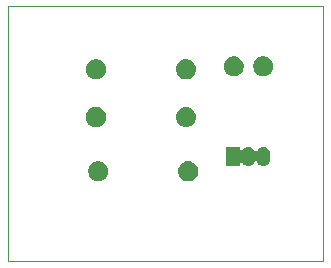
<source format=gbr>
G04 #@! TF.GenerationSoftware,KiCad,Pcbnew,(5.1.2)-2*
G04 #@! TF.CreationDate,2019-08-09T21:52:20-03:00*
G04 #@! TF.ProjectId,Yudao,59756461-6f2e-46b6-9963-61645f706362,rev?*
G04 #@! TF.SameCoordinates,Original*
G04 #@! TF.FileFunction,Soldermask,Bot*
G04 #@! TF.FilePolarity,Negative*
%FSLAX46Y46*%
G04 Gerber Fmt 4.6, Leading zero omitted, Abs format (unit mm)*
G04 Created by KiCad (PCBNEW (5.1.2)-2) date 2019-08-09 21:52:20*
%MOMM*%
%LPD*%
G04 APERTURE LIST*
%ADD10C,0.050000*%
%ADD11C,0.100000*%
G04 APERTURE END LIST*
D10*
X139700000Y-83820000D02*
X113030000Y-83820000D01*
X139700000Y-85090000D02*
X139700000Y-83820000D01*
X139700000Y-105410000D02*
X139700000Y-85090000D01*
X113030000Y-105410000D02*
X139700000Y-105410000D01*
X113030000Y-83820000D02*
X113030000Y-105410000D01*
D11*
G36*
X120898228Y-96971703D02*
G01*
X121053100Y-97035853D01*
X121192481Y-97128985D01*
X121311015Y-97247519D01*
X121404147Y-97386900D01*
X121468297Y-97541772D01*
X121501000Y-97706184D01*
X121501000Y-97873816D01*
X121468297Y-98038228D01*
X121404147Y-98193100D01*
X121311015Y-98332481D01*
X121192481Y-98451015D01*
X121053100Y-98544147D01*
X120898228Y-98608297D01*
X120733816Y-98641000D01*
X120566184Y-98641000D01*
X120401772Y-98608297D01*
X120246900Y-98544147D01*
X120107519Y-98451015D01*
X119988985Y-98332481D01*
X119895853Y-98193100D01*
X119831703Y-98038228D01*
X119799000Y-97873816D01*
X119799000Y-97706184D01*
X119831703Y-97541772D01*
X119895853Y-97386900D01*
X119988985Y-97247519D01*
X120107519Y-97128985D01*
X120246900Y-97035853D01*
X120401772Y-96971703D01*
X120566184Y-96939000D01*
X120733816Y-96939000D01*
X120898228Y-96971703D01*
X120898228Y-96971703D01*
G37*
G36*
X128436823Y-96951313D02*
G01*
X128597242Y-96999976D01*
X128709604Y-97060035D01*
X128745078Y-97078996D01*
X128874659Y-97185341D01*
X128981004Y-97314922D01*
X128981005Y-97314924D01*
X129060024Y-97462758D01*
X129108687Y-97623177D01*
X129125117Y-97790000D01*
X129108687Y-97956823D01*
X129060024Y-98117242D01*
X129019477Y-98193100D01*
X128981004Y-98265078D01*
X128874659Y-98394659D01*
X128745078Y-98501004D01*
X128745076Y-98501005D01*
X128597242Y-98580024D01*
X128436823Y-98628687D01*
X128311804Y-98641000D01*
X128228196Y-98641000D01*
X128103177Y-98628687D01*
X127942758Y-98580024D01*
X127794924Y-98501005D01*
X127794922Y-98501004D01*
X127665341Y-98394659D01*
X127558996Y-98265078D01*
X127520523Y-98193100D01*
X127479976Y-98117242D01*
X127431313Y-97956823D01*
X127414883Y-97790000D01*
X127431313Y-97623177D01*
X127479976Y-97462758D01*
X127558995Y-97314924D01*
X127558996Y-97314922D01*
X127665341Y-97185341D01*
X127794922Y-97078996D01*
X127830396Y-97060035D01*
X127942758Y-96999976D01*
X128103177Y-96951313D01*
X128228196Y-96939000D01*
X128311804Y-96939000D01*
X128436823Y-96951313D01*
X128436823Y-96951313D01*
G37*
G36*
X134732915Y-95727334D02*
G01*
X134841491Y-95760271D01*
X134841494Y-95760272D01*
X134877600Y-95779571D01*
X134941556Y-95813756D01*
X135029264Y-95885736D01*
X135101244Y-95973443D01*
X135135429Y-96037399D01*
X135154728Y-96073505D01*
X135154729Y-96073508D01*
X135187666Y-96182084D01*
X135196000Y-96266702D01*
X135196000Y-96773297D01*
X135187666Y-96857916D01*
X135155252Y-96964767D01*
X135154728Y-96966495D01*
X135151944Y-96971703D01*
X135101244Y-97066557D01*
X135029264Y-97154264D01*
X134941557Y-97226244D01*
X134877601Y-97260429D01*
X134841495Y-97279728D01*
X134841492Y-97279729D01*
X134732916Y-97312666D01*
X134620000Y-97323787D01*
X134507085Y-97312666D01*
X134398509Y-97279729D01*
X134398506Y-97279728D01*
X134362400Y-97260429D01*
X134298444Y-97226244D01*
X134210737Y-97154264D01*
X134138757Y-97066557D01*
X134095239Y-96985141D01*
X134081625Y-96964766D01*
X134064298Y-96947439D01*
X134043924Y-96933826D01*
X134021285Y-96924448D01*
X133997252Y-96919668D01*
X133972748Y-96919668D01*
X133948715Y-96924448D01*
X133926076Y-96933826D01*
X133905701Y-96947440D01*
X133888374Y-96964767D01*
X133874761Y-96985141D01*
X133831244Y-97066557D01*
X133759264Y-97154264D01*
X133671557Y-97226244D01*
X133607601Y-97260429D01*
X133571495Y-97279728D01*
X133571492Y-97279729D01*
X133462916Y-97312666D01*
X133350000Y-97323787D01*
X133237085Y-97312666D01*
X133128509Y-97279729D01*
X133128506Y-97279728D01*
X133092400Y-97260429D01*
X133028444Y-97226244D01*
X132940737Y-97154264D01*
X132877622Y-97077359D01*
X132860297Y-97060034D01*
X132839923Y-97046420D01*
X132817284Y-97037043D01*
X132793250Y-97032263D01*
X132768746Y-97032263D01*
X132744713Y-97037044D01*
X132722074Y-97046421D01*
X132701700Y-97060035D01*
X132684373Y-97077362D01*
X132670759Y-97097736D01*
X132661382Y-97120375D01*
X132656000Y-97156660D01*
X132656000Y-97321000D01*
X131504000Y-97321000D01*
X131504000Y-95719000D01*
X132656000Y-95719000D01*
X132656000Y-95883341D01*
X132658402Y-95907727D01*
X132665515Y-95931176D01*
X132677066Y-95952787D01*
X132692611Y-95971729D01*
X132711553Y-95987274D01*
X132733164Y-95998825D01*
X132756613Y-96005938D01*
X132780999Y-96008340D01*
X132805385Y-96005938D01*
X132828834Y-95998825D01*
X132850445Y-95987274D01*
X132869387Y-95971729D01*
X132877608Y-95962657D01*
X132940736Y-95885736D01*
X133028443Y-95813756D01*
X133092399Y-95779571D01*
X133128505Y-95760272D01*
X133128508Y-95760271D01*
X133237084Y-95727334D01*
X133350000Y-95716213D01*
X133462915Y-95727334D01*
X133571491Y-95760271D01*
X133571494Y-95760272D01*
X133607600Y-95779571D01*
X133671556Y-95813756D01*
X133759264Y-95885736D01*
X133831244Y-95973443D01*
X133874761Y-96054859D01*
X133888375Y-96075234D01*
X133905702Y-96092561D01*
X133926076Y-96106174D01*
X133948715Y-96115552D01*
X133972748Y-96120332D01*
X133997252Y-96120332D01*
X134021285Y-96115552D01*
X134043924Y-96106174D01*
X134064299Y-96092560D01*
X134081626Y-96075233D01*
X134095239Y-96054860D01*
X134138756Y-95973444D01*
X134210736Y-95885736D01*
X134298443Y-95813756D01*
X134362399Y-95779571D01*
X134398505Y-95760272D01*
X134398508Y-95760271D01*
X134507084Y-95727334D01*
X134620000Y-95716213D01*
X134732915Y-95727334D01*
X134732915Y-95727334D01*
G37*
G36*
X120703229Y-92386704D02*
G01*
X120858101Y-92450854D01*
X120997482Y-92543986D01*
X121116016Y-92662520D01*
X121209148Y-92801901D01*
X121273298Y-92956773D01*
X121306001Y-93121185D01*
X121306001Y-93288817D01*
X121273298Y-93453229D01*
X121209148Y-93608101D01*
X121116016Y-93747482D01*
X120997482Y-93866016D01*
X120858101Y-93959148D01*
X120703229Y-94023298D01*
X120538817Y-94056001D01*
X120371185Y-94056001D01*
X120206773Y-94023298D01*
X120051901Y-93959148D01*
X119912520Y-93866016D01*
X119793986Y-93747482D01*
X119700854Y-93608101D01*
X119636704Y-93453229D01*
X119604001Y-93288817D01*
X119604001Y-93121185D01*
X119636704Y-92956773D01*
X119700854Y-92801901D01*
X119793986Y-92662520D01*
X119912520Y-92543986D01*
X120051901Y-92450854D01*
X120206773Y-92386704D01*
X120371185Y-92354001D01*
X120538817Y-92354001D01*
X120703229Y-92386704D01*
X120703229Y-92386704D01*
G37*
G36*
X128241824Y-92366314D02*
G01*
X128402243Y-92414977D01*
X128469362Y-92450853D01*
X128550079Y-92493997D01*
X128679660Y-92600342D01*
X128786005Y-92729923D01*
X128786006Y-92729925D01*
X128865025Y-92877759D01*
X128913688Y-93038178D01*
X128930118Y-93205001D01*
X128913688Y-93371824D01*
X128865025Y-93532243D01*
X128824478Y-93608101D01*
X128786005Y-93680079D01*
X128679660Y-93809660D01*
X128550079Y-93916005D01*
X128550077Y-93916006D01*
X128402243Y-93995025D01*
X128241824Y-94043688D01*
X128116805Y-94056001D01*
X128033197Y-94056001D01*
X127908178Y-94043688D01*
X127747759Y-93995025D01*
X127599925Y-93916006D01*
X127599923Y-93916005D01*
X127470342Y-93809660D01*
X127363997Y-93680079D01*
X127325524Y-93608101D01*
X127284977Y-93532243D01*
X127236314Y-93371824D01*
X127219884Y-93205001D01*
X127236314Y-93038178D01*
X127284977Y-92877759D01*
X127363996Y-92729925D01*
X127363997Y-92729923D01*
X127470342Y-92600342D01*
X127599923Y-92493997D01*
X127680640Y-92450853D01*
X127747759Y-92414977D01*
X127908178Y-92366314D01*
X128033197Y-92354001D01*
X128116805Y-92354001D01*
X128241824Y-92366314D01*
X128241824Y-92366314D01*
G37*
G36*
X128241824Y-88316314D02*
G01*
X128372381Y-88355918D01*
X128377658Y-88357519D01*
X128402243Y-88364977D01*
X128469362Y-88400853D01*
X128550079Y-88443997D01*
X128679660Y-88550342D01*
X128786005Y-88679923D01*
X128786006Y-88679925D01*
X128865025Y-88827759D01*
X128913688Y-88988178D01*
X128930118Y-89155001D01*
X128913688Y-89321824D01*
X128865025Y-89482243D01*
X128824478Y-89558101D01*
X128786005Y-89630079D01*
X128679660Y-89759660D01*
X128550079Y-89866005D01*
X128550077Y-89866006D01*
X128402243Y-89945025D01*
X128241824Y-89993688D01*
X128116805Y-90006001D01*
X128033197Y-90006001D01*
X127908178Y-89993688D01*
X127747759Y-89945025D01*
X127599925Y-89866006D01*
X127599923Y-89866005D01*
X127470342Y-89759660D01*
X127363997Y-89630079D01*
X127325524Y-89558101D01*
X127284977Y-89482243D01*
X127236314Y-89321824D01*
X127219884Y-89155001D01*
X127236314Y-88988178D01*
X127284977Y-88827759D01*
X127363996Y-88679925D01*
X127363997Y-88679923D01*
X127470342Y-88550342D01*
X127599923Y-88443997D01*
X127680640Y-88400853D01*
X127747759Y-88364977D01*
X127772345Y-88357519D01*
X127777621Y-88355918D01*
X127908178Y-88316314D01*
X128033197Y-88304001D01*
X128116805Y-88304001D01*
X128241824Y-88316314D01*
X128241824Y-88316314D01*
G37*
G36*
X120703229Y-88336704D02*
G01*
X120858101Y-88400854D01*
X120997482Y-88493986D01*
X121116016Y-88612520D01*
X121209148Y-88751901D01*
X121273298Y-88906773D01*
X121306001Y-89071185D01*
X121306001Y-89238817D01*
X121273298Y-89403229D01*
X121209148Y-89558101D01*
X121116016Y-89697482D01*
X120997482Y-89816016D01*
X120858101Y-89909148D01*
X120703229Y-89973298D01*
X120538817Y-90006001D01*
X120371185Y-90006001D01*
X120206773Y-89973298D01*
X120051901Y-89909148D01*
X119912520Y-89816016D01*
X119793986Y-89697482D01*
X119700854Y-89558101D01*
X119636704Y-89403229D01*
X119604001Y-89238817D01*
X119604001Y-89071185D01*
X119636704Y-88906773D01*
X119700854Y-88751901D01*
X119793986Y-88612520D01*
X119912520Y-88493986D01*
X120051901Y-88400854D01*
X120206773Y-88336704D01*
X120371185Y-88304001D01*
X120538817Y-88304001D01*
X120703229Y-88336704D01*
X120703229Y-88336704D01*
G37*
G36*
X134868228Y-88081703D02*
G01*
X135023100Y-88145853D01*
X135162481Y-88238985D01*
X135281015Y-88357519D01*
X135374147Y-88496900D01*
X135438297Y-88651772D01*
X135471000Y-88816184D01*
X135471000Y-88983816D01*
X135438297Y-89148228D01*
X135374147Y-89303100D01*
X135281015Y-89442481D01*
X135162481Y-89561015D01*
X135023100Y-89654147D01*
X134868228Y-89718297D01*
X134703816Y-89751000D01*
X134536184Y-89751000D01*
X134371772Y-89718297D01*
X134216900Y-89654147D01*
X134077519Y-89561015D01*
X133958985Y-89442481D01*
X133865853Y-89303100D01*
X133801703Y-89148228D01*
X133769000Y-88983816D01*
X133769000Y-88816184D01*
X133801703Y-88651772D01*
X133865853Y-88496900D01*
X133958985Y-88357519D01*
X134077519Y-88238985D01*
X134216900Y-88145853D01*
X134371772Y-88081703D01*
X134536184Y-88049000D01*
X134703816Y-88049000D01*
X134868228Y-88081703D01*
X134868228Y-88081703D01*
G37*
G36*
X132368228Y-88081703D02*
G01*
X132523100Y-88145853D01*
X132662481Y-88238985D01*
X132781015Y-88357519D01*
X132874147Y-88496900D01*
X132938297Y-88651772D01*
X132971000Y-88816184D01*
X132971000Y-88983816D01*
X132938297Y-89148228D01*
X132874147Y-89303100D01*
X132781015Y-89442481D01*
X132662481Y-89561015D01*
X132523100Y-89654147D01*
X132368228Y-89718297D01*
X132203816Y-89751000D01*
X132036184Y-89751000D01*
X131871772Y-89718297D01*
X131716900Y-89654147D01*
X131577519Y-89561015D01*
X131458985Y-89442481D01*
X131365853Y-89303100D01*
X131301703Y-89148228D01*
X131269000Y-88983816D01*
X131269000Y-88816184D01*
X131301703Y-88651772D01*
X131365853Y-88496900D01*
X131458985Y-88357519D01*
X131577519Y-88238985D01*
X131716900Y-88145853D01*
X131871772Y-88081703D01*
X132036184Y-88049000D01*
X132203816Y-88049000D01*
X132368228Y-88081703D01*
X132368228Y-88081703D01*
G37*
M02*

</source>
